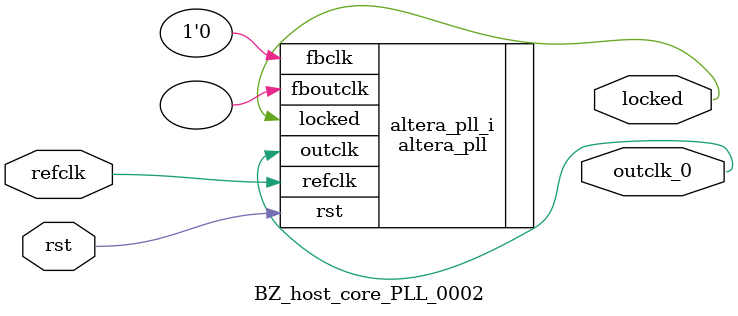
<source format=v>
`timescale 1ns/10ps
module  BZ_host_core_PLL_0002(

	// interface 'refclk'
	input wire refclk,

	// interface 'reset'
	input wire rst,

	// interface 'outclk0'
	output wire outclk_0,

	// interface 'locked'
	output wire locked
);

	altera_pll #(
		.fractional_vco_multiplier("false"),
		.reference_clock_frequency("100.0 MHz"),
		.operation_mode("direct"),
		.number_of_clocks(1),
		.output_clock_frequency0("10.000000 MHz"),
		.phase_shift0("0 ps"),
		.duty_cycle0(50),
		.output_clock_frequency1("0 MHz"),
		.phase_shift1("0 ps"),
		.duty_cycle1(50),
		.output_clock_frequency2("0 MHz"),
		.phase_shift2("0 ps"),
		.duty_cycle2(50),
		.output_clock_frequency3("0 MHz"),
		.phase_shift3("0 ps"),
		.duty_cycle3(50),
		.output_clock_frequency4("0 MHz"),
		.phase_shift4("0 ps"),
		.duty_cycle4(50),
		.output_clock_frequency5("0 MHz"),
		.phase_shift5("0 ps"),
		.duty_cycle5(50),
		.output_clock_frequency6("0 MHz"),
		.phase_shift6("0 ps"),
		.duty_cycle6(50),
		.output_clock_frequency7("0 MHz"),
		.phase_shift7("0 ps"),
		.duty_cycle7(50),
		.output_clock_frequency8("0 MHz"),
		.phase_shift8("0 ps"),
		.duty_cycle8(50),
		.output_clock_frequency9("0 MHz"),
		.phase_shift9("0 ps"),
		.duty_cycle9(50),
		.output_clock_frequency10("0 MHz"),
		.phase_shift10("0 ps"),
		.duty_cycle10(50),
		.output_clock_frequency11("0 MHz"),
		.phase_shift11("0 ps"),
		.duty_cycle11(50),
		.output_clock_frequency12("0 MHz"),
		.phase_shift12("0 ps"),
		.duty_cycle12(50),
		.output_clock_frequency13("0 MHz"),
		.phase_shift13("0 ps"),
		.duty_cycle13(50),
		.output_clock_frequency14("0 MHz"),
		.phase_shift14("0 ps"),
		.duty_cycle14(50),
		.output_clock_frequency15("0 MHz"),
		.phase_shift15("0 ps"),
		.duty_cycle15(50),
		.output_clock_frequency16("0 MHz"),
		.phase_shift16("0 ps"),
		.duty_cycle16(50),
		.output_clock_frequency17("0 MHz"),
		.phase_shift17("0 ps"),
		.duty_cycle17(50),
		.pll_type("General"),
		.pll_subtype("General")
	) altera_pll_i (
		.rst	(rst),
		.outclk	({outclk_0}),
		.locked	(locked),
		.fboutclk	( ),
		.fbclk	(1'b0),
		.refclk	(refclk)
	);
endmodule


</source>
